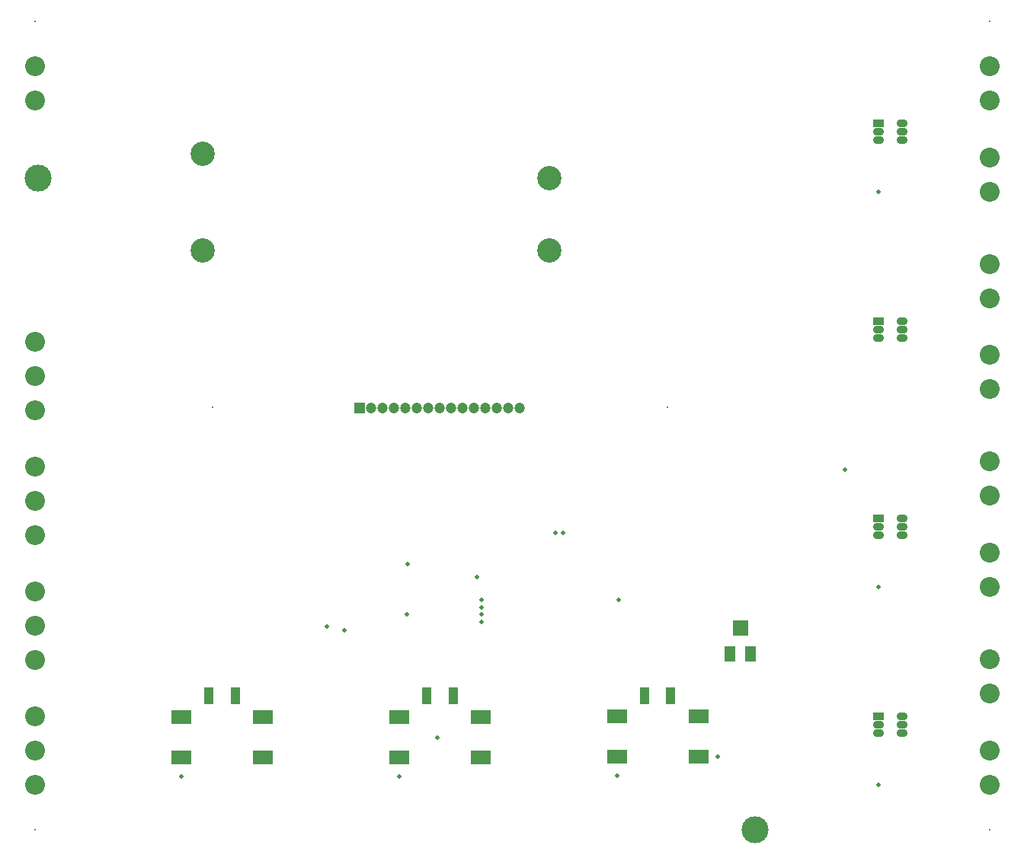
<source format=gts>
G04*
G04 #@! TF.GenerationSoftware,Altium Limited,Altium Designer,21.4.1 (30)*
G04*
G04 Layer_Color=8388736*
%FSLAX24Y24*%
%MOIN*%
G70*
G04*
G04 #@! TF.SameCoordinates,136769D1-9CB9-4328-8E5A-620BB88F4A60*
G04*
G04*
G04 #@! TF.FilePolarity,Negative*
G04*
G01*
G75*
%ADD22R,0.0434X0.0749*%
%ADD23R,0.0907X0.0631*%
%ADD24R,0.0474X0.0356*%
%ADD25O,0.0474X0.0356*%
%ADD26R,0.0710X0.0710*%
%ADD27R,0.0513X0.0710*%
%ADD28C,0.1181*%
%ADD29C,0.0867*%
%ADD30C,0.0080*%
%ADD31C,0.0474*%
%ADD32R,0.0474X0.0474*%
%ADD33R,0.0080X0.0080*%
%ADD34C,0.1064*%
%ADD35C,0.0197*%
D22*
X8749Y5886D02*
D03*
X7607D02*
D03*
X17137D02*
D03*
X18279D02*
D03*
X27809D02*
D03*
X26667D02*
D03*
D23*
X25447Y4980D02*
D03*
Y3209D02*
D03*
X29030Y4980D02*
D03*
Y3209D02*
D03*
X19499Y3179D02*
D03*
Y4951D02*
D03*
X15917Y3179D02*
D03*
Y4951D02*
D03*
X6386Y4951D02*
D03*
Y3179D02*
D03*
X9969Y4951D02*
D03*
Y3179D02*
D03*
D24*
X36890Y22281D02*
D03*
Y30947D02*
D03*
Y13656D02*
D03*
Y4990D02*
D03*
D25*
Y21907D02*
D03*
Y21533D02*
D03*
X37913D02*
D03*
Y21907D02*
D03*
Y22281D02*
D03*
Y30947D02*
D03*
Y30573D02*
D03*
Y30199D02*
D03*
X36890D02*
D03*
Y30573D02*
D03*
X37913Y13656D02*
D03*
Y13282D02*
D03*
Y12907D02*
D03*
X36890D02*
D03*
Y13282D02*
D03*
Y4616D02*
D03*
Y4242D02*
D03*
X37913D02*
D03*
Y4616D02*
D03*
Y4990D02*
D03*
D26*
X30846Y8858D02*
D03*
D27*
X31299Y7717D02*
D03*
X30394D02*
D03*
D28*
X118Y28543D02*
D03*
X31496Y-0D02*
D03*
D29*
X0Y4969D02*
D03*
Y3469D02*
D03*
Y1969D02*
D03*
Y10436D02*
D03*
Y8936D02*
D03*
Y7436D02*
D03*
X-0Y15904D02*
D03*
Y14404D02*
D03*
Y12904D02*
D03*
X0Y21372D02*
D03*
Y19872D02*
D03*
Y18372D02*
D03*
X0Y31941D02*
D03*
Y33441D02*
D03*
X41772Y16150D02*
D03*
Y14650D02*
D03*
Y12134D02*
D03*
Y10634D02*
D03*
Y3469D02*
D03*
Y1969D02*
D03*
Y7484D02*
D03*
Y5984D02*
D03*
Y24776D02*
D03*
Y23276D02*
D03*
Y20799D02*
D03*
Y19299D02*
D03*
Y33441D02*
D03*
Y31941D02*
D03*
Y29425D02*
D03*
Y27925D02*
D03*
D30*
X27661Y18494D02*
D03*
X7755D02*
D03*
D31*
X21183Y18484D02*
D03*
X20683D02*
D03*
X20183D02*
D03*
X19683D02*
D03*
X19183D02*
D03*
X18683D02*
D03*
X18183D02*
D03*
X17683D02*
D03*
X17183D02*
D03*
X16683D02*
D03*
X16183D02*
D03*
X15683D02*
D03*
X15183D02*
D03*
X14683D02*
D03*
D32*
X14183D02*
D03*
D33*
X41772Y35409D02*
D03*
X0D02*
D03*
X0Y0D02*
D03*
X41772Y-0D02*
D03*
D34*
X7323Y25384D02*
D03*
Y29616D02*
D03*
X22480Y28533D02*
D03*
Y25384D02*
D03*
D35*
X29868Y3209D02*
D03*
X25543Y10059D02*
D03*
X13514Y8749D02*
D03*
X6386Y2341D02*
D03*
X15917Y2341D02*
D03*
X25447Y2371D02*
D03*
X19331Y11063D02*
D03*
X16270Y9429D02*
D03*
X16280Y11634D02*
D03*
X17598Y4039D02*
D03*
X35433Y15777D02*
D03*
X36890Y1969D02*
D03*
Y10634D02*
D03*
Y27925D02*
D03*
X19528Y10059D02*
D03*
X12766Y8898D02*
D03*
X22776Y12992D02*
D03*
X23091D02*
D03*
X19528Y9744D02*
D03*
Y9114D02*
D03*
Y9429D02*
D03*
M02*

</source>
